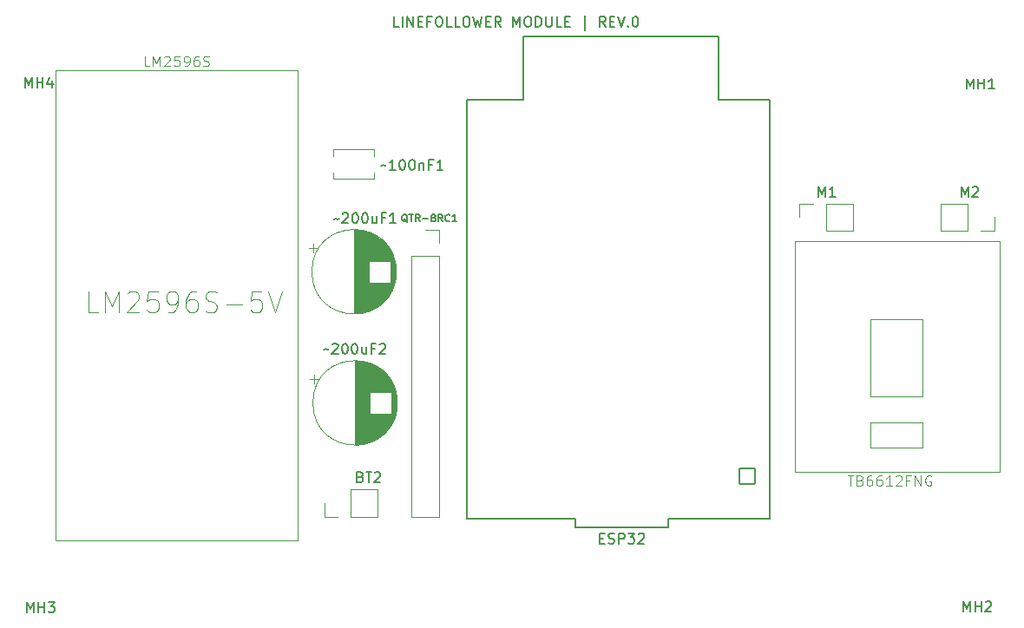
<source format=gto>
G04 #@! TF.GenerationSoftware,KiCad,Pcbnew,7.0.7*
G04 #@! TF.CreationDate,2024-05-28T19:52:44+02:00*
G04 #@! TF.ProjectId,linefollower_pcb,6c696e65-666f-46c6-9c6f-7765725f7063,rev?*
G04 #@! TF.SameCoordinates,Original*
G04 #@! TF.FileFunction,Legend,Top*
G04 #@! TF.FilePolarity,Positive*
%FSLAX46Y46*%
G04 Gerber Fmt 4.6, Leading zero omitted, Abs format (unit mm)*
G04 Created by KiCad (PCBNEW 7.0.7) date 2024-05-28 19:52:44*
%MOMM*%
%LPD*%
G01*
G04 APERTURE LIST*
G04 Aperture macros list*
%AMRoundRect*
0 Rectangle with rounded corners*
0 $1 Rounding radius*
0 $2 $3 $4 $5 $6 $7 $8 $9 X,Y pos of 4 corners*
0 Add a 4 corners polygon primitive as box body*
4,1,4,$2,$3,$4,$5,$6,$7,$8,$9,$2,$3,0*
0 Add four circle primitives for the rounded corners*
1,1,$1+$1,$2,$3*
1,1,$1+$1,$4,$5*
1,1,$1+$1,$6,$7*
1,1,$1+$1,$8,$9*
0 Add four rect primitives between the rounded corners*
20,1,$1+$1,$2,$3,$4,$5,0*
20,1,$1+$1,$4,$5,$6,$7,0*
20,1,$1+$1,$6,$7,$8,$9,0*
20,1,$1+$1,$8,$9,$2,$3,0*%
G04 Aperture macros list end*
%ADD10C,0.200000*%
%ADD11C,0.150000*%
%ADD12C,0.100000*%
%ADD13C,0.120000*%
%ADD14C,0.127000*%
%ADD15R,1.700000X1.700000*%
%ADD16O,1.700000X1.700000*%
%ADD17C,0.800000*%
%ADD18C,5.400000*%
%ADD19R,1.600000X1.600000*%
%ADD20C,1.600000*%
%ADD21C,1.524000*%
%ADD22RoundRect,0.102000X-0.765000X-0.765000X0.765000X-0.765000X0.765000X0.765000X-0.765000X0.765000X0*%
%ADD23C,1.734000*%
G04 APERTURE END LIST*
D10*
X102745863Y-68517219D02*
X102269673Y-68517219D01*
X102269673Y-68517219D02*
X102269673Y-67517219D01*
X103079197Y-68517219D02*
X103079197Y-67517219D01*
X103555387Y-68517219D02*
X103555387Y-67517219D01*
X103555387Y-67517219D02*
X104126815Y-68517219D01*
X104126815Y-68517219D02*
X104126815Y-67517219D01*
X104603006Y-67993409D02*
X104936339Y-67993409D01*
X105079196Y-68517219D02*
X104603006Y-68517219D01*
X104603006Y-68517219D02*
X104603006Y-67517219D01*
X104603006Y-67517219D02*
X105079196Y-67517219D01*
X105841101Y-67993409D02*
X105507768Y-67993409D01*
X105507768Y-68517219D02*
X105507768Y-67517219D01*
X105507768Y-67517219D02*
X105983958Y-67517219D01*
X106555387Y-67517219D02*
X106745863Y-67517219D01*
X106745863Y-67517219D02*
X106841101Y-67564838D01*
X106841101Y-67564838D02*
X106936339Y-67660076D01*
X106936339Y-67660076D02*
X106983958Y-67850552D01*
X106983958Y-67850552D02*
X106983958Y-68183885D01*
X106983958Y-68183885D02*
X106936339Y-68374361D01*
X106936339Y-68374361D02*
X106841101Y-68469600D01*
X106841101Y-68469600D02*
X106745863Y-68517219D01*
X106745863Y-68517219D02*
X106555387Y-68517219D01*
X106555387Y-68517219D02*
X106460149Y-68469600D01*
X106460149Y-68469600D02*
X106364911Y-68374361D01*
X106364911Y-68374361D02*
X106317292Y-68183885D01*
X106317292Y-68183885D02*
X106317292Y-67850552D01*
X106317292Y-67850552D02*
X106364911Y-67660076D01*
X106364911Y-67660076D02*
X106460149Y-67564838D01*
X106460149Y-67564838D02*
X106555387Y-67517219D01*
X107888720Y-68517219D02*
X107412530Y-68517219D01*
X107412530Y-68517219D02*
X107412530Y-67517219D01*
X108698244Y-68517219D02*
X108222054Y-68517219D01*
X108222054Y-68517219D02*
X108222054Y-67517219D01*
X109222054Y-67517219D02*
X109412530Y-67517219D01*
X109412530Y-67517219D02*
X109507768Y-67564838D01*
X109507768Y-67564838D02*
X109603006Y-67660076D01*
X109603006Y-67660076D02*
X109650625Y-67850552D01*
X109650625Y-67850552D02*
X109650625Y-68183885D01*
X109650625Y-68183885D02*
X109603006Y-68374361D01*
X109603006Y-68374361D02*
X109507768Y-68469600D01*
X109507768Y-68469600D02*
X109412530Y-68517219D01*
X109412530Y-68517219D02*
X109222054Y-68517219D01*
X109222054Y-68517219D02*
X109126816Y-68469600D01*
X109126816Y-68469600D02*
X109031578Y-68374361D01*
X109031578Y-68374361D02*
X108983959Y-68183885D01*
X108983959Y-68183885D02*
X108983959Y-67850552D01*
X108983959Y-67850552D02*
X109031578Y-67660076D01*
X109031578Y-67660076D02*
X109126816Y-67564838D01*
X109126816Y-67564838D02*
X109222054Y-67517219D01*
X109983959Y-67517219D02*
X110222054Y-68517219D01*
X110222054Y-68517219D02*
X110412530Y-67802933D01*
X110412530Y-67802933D02*
X110603006Y-68517219D01*
X110603006Y-68517219D02*
X110841102Y-67517219D01*
X111222054Y-67993409D02*
X111555387Y-67993409D01*
X111698244Y-68517219D02*
X111222054Y-68517219D01*
X111222054Y-68517219D02*
X111222054Y-67517219D01*
X111222054Y-67517219D02*
X111698244Y-67517219D01*
X112698244Y-68517219D02*
X112364911Y-68041028D01*
X112126816Y-68517219D02*
X112126816Y-67517219D01*
X112126816Y-67517219D02*
X112507768Y-67517219D01*
X112507768Y-67517219D02*
X112603006Y-67564838D01*
X112603006Y-67564838D02*
X112650625Y-67612457D01*
X112650625Y-67612457D02*
X112698244Y-67707695D01*
X112698244Y-67707695D02*
X112698244Y-67850552D01*
X112698244Y-67850552D02*
X112650625Y-67945790D01*
X112650625Y-67945790D02*
X112603006Y-67993409D01*
X112603006Y-67993409D02*
X112507768Y-68041028D01*
X112507768Y-68041028D02*
X112126816Y-68041028D01*
X113888721Y-68517219D02*
X113888721Y-67517219D01*
X113888721Y-67517219D02*
X114222054Y-68231504D01*
X114222054Y-68231504D02*
X114555387Y-67517219D01*
X114555387Y-67517219D02*
X114555387Y-68517219D01*
X115222054Y-67517219D02*
X115412530Y-67517219D01*
X115412530Y-67517219D02*
X115507768Y-67564838D01*
X115507768Y-67564838D02*
X115603006Y-67660076D01*
X115603006Y-67660076D02*
X115650625Y-67850552D01*
X115650625Y-67850552D02*
X115650625Y-68183885D01*
X115650625Y-68183885D02*
X115603006Y-68374361D01*
X115603006Y-68374361D02*
X115507768Y-68469600D01*
X115507768Y-68469600D02*
X115412530Y-68517219D01*
X115412530Y-68517219D02*
X115222054Y-68517219D01*
X115222054Y-68517219D02*
X115126816Y-68469600D01*
X115126816Y-68469600D02*
X115031578Y-68374361D01*
X115031578Y-68374361D02*
X114983959Y-68183885D01*
X114983959Y-68183885D02*
X114983959Y-67850552D01*
X114983959Y-67850552D02*
X115031578Y-67660076D01*
X115031578Y-67660076D02*
X115126816Y-67564838D01*
X115126816Y-67564838D02*
X115222054Y-67517219D01*
X116079197Y-68517219D02*
X116079197Y-67517219D01*
X116079197Y-67517219D02*
X116317292Y-67517219D01*
X116317292Y-67517219D02*
X116460149Y-67564838D01*
X116460149Y-67564838D02*
X116555387Y-67660076D01*
X116555387Y-67660076D02*
X116603006Y-67755314D01*
X116603006Y-67755314D02*
X116650625Y-67945790D01*
X116650625Y-67945790D02*
X116650625Y-68088647D01*
X116650625Y-68088647D02*
X116603006Y-68279123D01*
X116603006Y-68279123D02*
X116555387Y-68374361D01*
X116555387Y-68374361D02*
X116460149Y-68469600D01*
X116460149Y-68469600D02*
X116317292Y-68517219D01*
X116317292Y-68517219D02*
X116079197Y-68517219D01*
X117079197Y-67517219D02*
X117079197Y-68326742D01*
X117079197Y-68326742D02*
X117126816Y-68421980D01*
X117126816Y-68421980D02*
X117174435Y-68469600D01*
X117174435Y-68469600D02*
X117269673Y-68517219D01*
X117269673Y-68517219D02*
X117460149Y-68517219D01*
X117460149Y-68517219D02*
X117555387Y-68469600D01*
X117555387Y-68469600D02*
X117603006Y-68421980D01*
X117603006Y-68421980D02*
X117650625Y-68326742D01*
X117650625Y-68326742D02*
X117650625Y-67517219D01*
X118603006Y-68517219D02*
X118126816Y-68517219D01*
X118126816Y-68517219D02*
X118126816Y-67517219D01*
X118936340Y-67993409D02*
X119269673Y-67993409D01*
X119412530Y-68517219D02*
X118936340Y-68517219D01*
X118936340Y-68517219D02*
X118936340Y-67517219D01*
X118936340Y-67517219D02*
X119412530Y-67517219D01*
X120841102Y-68850552D02*
X120841102Y-67421980D01*
X122888721Y-68517219D02*
X122555388Y-68041028D01*
X122317293Y-68517219D02*
X122317293Y-67517219D01*
X122317293Y-67517219D02*
X122698245Y-67517219D01*
X122698245Y-67517219D02*
X122793483Y-67564838D01*
X122793483Y-67564838D02*
X122841102Y-67612457D01*
X122841102Y-67612457D02*
X122888721Y-67707695D01*
X122888721Y-67707695D02*
X122888721Y-67850552D01*
X122888721Y-67850552D02*
X122841102Y-67945790D01*
X122841102Y-67945790D02*
X122793483Y-67993409D01*
X122793483Y-67993409D02*
X122698245Y-68041028D01*
X122698245Y-68041028D02*
X122317293Y-68041028D01*
X123317293Y-67993409D02*
X123650626Y-67993409D01*
X123793483Y-68517219D02*
X123317293Y-68517219D01*
X123317293Y-68517219D02*
X123317293Y-67517219D01*
X123317293Y-67517219D02*
X123793483Y-67517219D01*
X124079198Y-67517219D02*
X124412531Y-68517219D01*
X124412531Y-68517219D02*
X124745864Y-67517219D01*
X125079198Y-68421980D02*
X125126817Y-68469600D01*
X125126817Y-68469600D02*
X125079198Y-68517219D01*
X125079198Y-68517219D02*
X125031579Y-68469600D01*
X125031579Y-68469600D02*
X125079198Y-68421980D01*
X125079198Y-68421980D02*
X125079198Y-68517219D01*
X125745864Y-67517219D02*
X125841102Y-67517219D01*
X125841102Y-67517219D02*
X125936340Y-67564838D01*
X125936340Y-67564838D02*
X125983959Y-67612457D01*
X125983959Y-67612457D02*
X126031578Y-67707695D01*
X126031578Y-67707695D02*
X126079197Y-67898171D01*
X126079197Y-67898171D02*
X126079197Y-68136266D01*
X126079197Y-68136266D02*
X126031578Y-68326742D01*
X126031578Y-68326742D02*
X125983959Y-68421980D01*
X125983959Y-68421980D02*
X125936340Y-68469600D01*
X125936340Y-68469600D02*
X125841102Y-68517219D01*
X125841102Y-68517219D02*
X125745864Y-68517219D01*
X125745864Y-68517219D02*
X125650626Y-68469600D01*
X125650626Y-68469600D02*
X125603007Y-68421980D01*
X125603007Y-68421980D02*
X125555388Y-68326742D01*
X125555388Y-68326742D02*
X125507769Y-68136266D01*
X125507769Y-68136266D02*
X125507769Y-67898171D01*
X125507769Y-67898171D02*
X125555388Y-67707695D01*
X125555388Y-67707695D02*
X125603007Y-67612457D01*
X125603007Y-67612457D02*
X125650626Y-67564838D01*
X125650626Y-67564838D02*
X125745864Y-67517219D01*
D11*
X103550000Y-87582700D02*
X103483333Y-87549366D01*
X103483333Y-87549366D02*
X103416667Y-87482700D01*
X103416667Y-87482700D02*
X103316667Y-87382700D01*
X103316667Y-87382700D02*
X103250000Y-87349366D01*
X103250000Y-87349366D02*
X103183333Y-87349366D01*
X103216667Y-87516033D02*
X103150000Y-87482700D01*
X103150000Y-87482700D02*
X103083333Y-87416033D01*
X103083333Y-87416033D02*
X103050000Y-87282700D01*
X103050000Y-87282700D02*
X103050000Y-87049366D01*
X103050000Y-87049366D02*
X103083333Y-86916033D01*
X103083333Y-86916033D02*
X103150000Y-86849366D01*
X103150000Y-86849366D02*
X103216667Y-86816033D01*
X103216667Y-86816033D02*
X103350000Y-86816033D01*
X103350000Y-86816033D02*
X103416667Y-86849366D01*
X103416667Y-86849366D02*
X103483333Y-86916033D01*
X103483333Y-86916033D02*
X103516667Y-87049366D01*
X103516667Y-87049366D02*
X103516667Y-87282700D01*
X103516667Y-87282700D02*
X103483333Y-87416033D01*
X103483333Y-87416033D02*
X103416667Y-87482700D01*
X103416667Y-87482700D02*
X103350000Y-87516033D01*
X103350000Y-87516033D02*
X103216667Y-87516033D01*
X103716666Y-86816033D02*
X104116666Y-86816033D01*
X103916666Y-87516033D02*
X103916666Y-86816033D01*
X104749999Y-87516033D02*
X104516666Y-87182700D01*
X104349999Y-87516033D02*
X104349999Y-86816033D01*
X104349999Y-86816033D02*
X104616666Y-86816033D01*
X104616666Y-86816033D02*
X104683333Y-86849366D01*
X104683333Y-86849366D02*
X104716666Y-86882700D01*
X104716666Y-86882700D02*
X104749999Y-86949366D01*
X104749999Y-86949366D02*
X104749999Y-87049366D01*
X104749999Y-87049366D02*
X104716666Y-87116033D01*
X104716666Y-87116033D02*
X104683333Y-87149366D01*
X104683333Y-87149366D02*
X104616666Y-87182700D01*
X104616666Y-87182700D02*
X104349999Y-87182700D01*
X105049999Y-87249366D02*
X105583333Y-87249366D01*
X106016666Y-87116033D02*
X105950000Y-87082700D01*
X105950000Y-87082700D02*
X105916666Y-87049366D01*
X105916666Y-87049366D02*
X105883333Y-86982700D01*
X105883333Y-86982700D02*
X105883333Y-86949366D01*
X105883333Y-86949366D02*
X105916666Y-86882700D01*
X105916666Y-86882700D02*
X105950000Y-86849366D01*
X105950000Y-86849366D02*
X106016666Y-86816033D01*
X106016666Y-86816033D02*
X106150000Y-86816033D01*
X106150000Y-86816033D02*
X106216666Y-86849366D01*
X106216666Y-86849366D02*
X106250000Y-86882700D01*
X106250000Y-86882700D02*
X106283333Y-86949366D01*
X106283333Y-86949366D02*
X106283333Y-86982700D01*
X106283333Y-86982700D02*
X106250000Y-87049366D01*
X106250000Y-87049366D02*
X106216666Y-87082700D01*
X106216666Y-87082700D02*
X106150000Y-87116033D01*
X106150000Y-87116033D02*
X106016666Y-87116033D01*
X106016666Y-87116033D02*
X105950000Y-87149366D01*
X105950000Y-87149366D02*
X105916666Y-87182700D01*
X105916666Y-87182700D02*
X105883333Y-87249366D01*
X105883333Y-87249366D02*
X105883333Y-87382700D01*
X105883333Y-87382700D02*
X105916666Y-87449366D01*
X105916666Y-87449366D02*
X105950000Y-87482700D01*
X105950000Y-87482700D02*
X106016666Y-87516033D01*
X106016666Y-87516033D02*
X106150000Y-87516033D01*
X106150000Y-87516033D02*
X106216666Y-87482700D01*
X106216666Y-87482700D02*
X106250000Y-87449366D01*
X106250000Y-87449366D02*
X106283333Y-87382700D01*
X106283333Y-87382700D02*
X106283333Y-87249366D01*
X106283333Y-87249366D02*
X106250000Y-87182700D01*
X106250000Y-87182700D02*
X106216666Y-87149366D01*
X106216666Y-87149366D02*
X106150000Y-87116033D01*
X106983333Y-87516033D02*
X106750000Y-87182700D01*
X106583333Y-87516033D02*
X106583333Y-86816033D01*
X106583333Y-86816033D02*
X106850000Y-86816033D01*
X106850000Y-86816033D02*
X106916667Y-86849366D01*
X106916667Y-86849366D02*
X106950000Y-86882700D01*
X106950000Y-86882700D02*
X106983333Y-86949366D01*
X106983333Y-86949366D02*
X106983333Y-87049366D01*
X106983333Y-87049366D02*
X106950000Y-87116033D01*
X106950000Y-87116033D02*
X106916667Y-87149366D01*
X106916667Y-87149366D02*
X106850000Y-87182700D01*
X106850000Y-87182700D02*
X106583333Y-87182700D01*
X107683333Y-87449366D02*
X107650000Y-87482700D01*
X107650000Y-87482700D02*
X107550000Y-87516033D01*
X107550000Y-87516033D02*
X107483333Y-87516033D01*
X107483333Y-87516033D02*
X107383333Y-87482700D01*
X107383333Y-87482700D02*
X107316667Y-87416033D01*
X107316667Y-87416033D02*
X107283333Y-87349366D01*
X107283333Y-87349366D02*
X107250000Y-87216033D01*
X107250000Y-87216033D02*
X107250000Y-87116033D01*
X107250000Y-87116033D02*
X107283333Y-86982700D01*
X107283333Y-86982700D02*
X107316667Y-86916033D01*
X107316667Y-86916033D02*
X107383333Y-86849366D01*
X107383333Y-86849366D02*
X107483333Y-86816033D01*
X107483333Y-86816033D02*
X107550000Y-86816033D01*
X107550000Y-86816033D02*
X107650000Y-86849366D01*
X107650000Y-86849366D02*
X107683333Y-86882700D01*
X108350000Y-87516033D02*
X107950000Y-87516033D01*
X108150000Y-87516033D02*
X108150000Y-86816033D01*
X108150000Y-86816033D02*
X108083333Y-86916033D01*
X108083333Y-86916033D02*
X108016667Y-86982700D01*
X108016667Y-86982700D02*
X107950000Y-87016033D01*
X66266667Y-74454819D02*
X66266667Y-73454819D01*
X66266667Y-73454819D02*
X66600000Y-74169104D01*
X66600000Y-74169104D02*
X66933333Y-73454819D01*
X66933333Y-73454819D02*
X66933333Y-74454819D01*
X67409524Y-74454819D02*
X67409524Y-73454819D01*
X67409524Y-73931009D02*
X67980952Y-73931009D01*
X67980952Y-74454819D02*
X67980952Y-73454819D01*
X68885714Y-73788152D02*
X68885714Y-74454819D01*
X68647619Y-73407200D02*
X68409524Y-74121485D01*
X68409524Y-74121485D02*
X69028571Y-74121485D01*
X95409730Y-100038866D02*
X95457349Y-99991247D01*
X95457349Y-99991247D02*
X95552587Y-99943628D01*
X95552587Y-99943628D02*
X95743063Y-100038866D01*
X95743063Y-100038866D02*
X95838301Y-99991247D01*
X95838301Y-99991247D02*
X95885920Y-99943628D01*
X96219254Y-99515057D02*
X96266873Y-99467438D01*
X96266873Y-99467438D02*
X96362111Y-99419819D01*
X96362111Y-99419819D02*
X96600206Y-99419819D01*
X96600206Y-99419819D02*
X96695444Y-99467438D01*
X96695444Y-99467438D02*
X96743063Y-99515057D01*
X96743063Y-99515057D02*
X96790682Y-99610295D01*
X96790682Y-99610295D02*
X96790682Y-99705533D01*
X96790682Y-99705533D02*
X96743063Y-99848390D01*
X96743063Y-99848390D02*
X96171635Y-100419819D01*
X96171635Y-100419819D02*
X96790682Y-100419819D01*
X97409730Y-99419819D02*
X97504968Y-99419819D01*
X97504968Y-99419819D02*
X97600206Y-99467438D01*
X97600206Y-99467438D02*
X97647825Y-99515057D01*
X97647825Y-99515057D02*
X97695444Y-99610295D01*
X97695444Y-99610295D02*
X97743063Y-99800771D01*
X97743063Y-99800771D02*
X97743063Y-100038866D01*
X97743063Y-100038866D02*
X97695444Y-100229342D01*
X97695444Y-100229342D02*
X97647825Y-100324580D01*
X97647825Y-100324580D02*
X97600206Y-100372200D01*
X97600206Y-100372200D02*
X97504968Y-100419819D01*
X97504968Y-100419819D02*
X97409730Y-100419819D01*
X97409730Y-100419819D02*
X97314492Y-100372200D01*
X97314492Y-100372200D02*
X97266873Y-100324580D01*
X97266873Y-100324580D02*
X97219254Y-100229342D01*
X97219254Y-100229342D02*
X97171635Y-100038866D01*
X97171635Y-100038866D02*
X97171635Y-99800771D01*
X97171635Y-99800771D02*
X97219254Y-99610295D01*
X97219254Y-99610295D02*
X97266873Y-99515057D01*
X97266873Y-99515057D02*
X97314492Y-99467438D01*
X97314492Y-99467438D02*
X97409730Y-99419819D01*
X98362111Y-99419819D02*
X98457349Y-99419819D01*
X98457349Y-99419819D02*
X98552587Y-99467438D01*
X98552587Y-99467438D02*
X98600206Y-99515057D01*
X98600206Y-99515057D02*
X98647825Y-99610295D01*
X98647825Y-99610295D02*
X98695444Y-99800771D01*
X98695444Y-99800771D02*
X98695444Y-100038866D01*
X98695444Y-100038866D02*
X98647825Y-100229342D01*
X98647825Y-100229342D02*
X98600206Y-100324580D01*
X98600206Y-100324580D02*
X98552587Y-100372200D01*
X98552587Y-100372200D02*
X98457349Y-100419819D01*
X98457349Y-100419819D02*
X98362111Y-100419819D01*
X98362111Y-100419819D02*
X98266873Y-100372200D01*
X98266873Y-100372200D02*
X98219254Y-100324580D01*
X98219254Y-100324580D02*
X98171635Y-100229342D01*
X98171635Y-100229342D02*
X98124016Y-100038866D01*
X98124016Y-100038866D02*
X98124016Y-99800771D01*
X98124016Y-99800771D02*
X98171635Y-99610295D01*
X98171635Y-99610295D02*
X98219254Y-99515057D01*
X98219254Y-99515057D02*
X98266873Y-99467438D01*
X98266873Y-99467438D02*
X98362111Y-99419819D01*
X99552587Y-99753152D02*
X99552587Y-100419819D01*
X99124016Y-99753152D02*
X99124016Y-100276961D01*
X99124016Y-100276961D02*
X99171635Y-100372200D01*
X99171635Y-100372200D02*
X99266873Y-100419819D01*
X99266873Y-100419819D02*
X99409730Y-100419819D01*
X99409730Y-100419819D02*
X99504968Y-100372200D01*
X99504968Y-100372200D02*
X99552587Y-100324580D01*
X100362111Y-99896009D02*
X100028778Y-99896009D01*
X100028778Y-100419819D02*
X100028778Y-99419819D01*
X100028778Y-99419819D02*
X100504968Y-99419819D01*
X100838302Y-99515057D02*
X100885921Y-99467438D01*
X100885921Y-99467438D02*
X100981159Y-99419819D01*
X100981159Y-99419819D02*
X101219254Y-99419819D01*
X101219254Y-99419819D02*
X101314492Y-99467438D01*
X101314492Y-99467438D02*
X101362111Y-99515057D01*
X101362111Y-99515057D02*
X101409730Y-99610295D01*
X101409730Y-99610295D02*
X101409730Y-99705533D01*
X101409730Y-99705533D02*
X101362111Y-99848390D01*
X101362111Y-99848390D02*
X100790683Y-100419819D01*
X100790683Y-100419819D02*
X101409730Y-100419819D01*
D12*
X146507143Y-112307419D02*
X147078571Y-112307419D01*
X146792857Y-113307419D02*
X146792857Y-112307419D01*
X147745238Y-112783609D02*
X147888095Y-112831228D01*
X147888095Y-112831228D02*
X147935714Y-112878847D01*
X147935714Y-112878847D02*
X147983333Y-112974085D01*
X147983333Y-112974085D02*
X147983333Y-113116942D01*
X147983333Y-113116942D02*
X147935714Y-113212180D01*
X147935714Y-113212180D02*
X147888095Y-113259800D01*
X147888095Y-113259800D02*
X147792857Y-113307419D01*
X147792857Y-113307419D02*
X147411905Y-113307419D01*
X147411905Y-113307419D02*
X147411905Y-112307419D01*
X147411905Y-112307419D02*
X147745238Y-112307419D01*
X147745238Y-112307419D02*
X147840476Y-112355038D01*
X147840476Y-112355038D02*
X147888095Y-112402657D01*
X147888095Y-112402657D02*
X147935714Y-112497895D01*
X147935714Y-112497895D02*
X147935714Y-112593133D01*
X147935714Y-112593133D02*
X147888095Y-112688371D01*
X147888095Y-112688371D02*
X147840476Y-112735990D01*
X147840476Y-112735990D02*
X147745238Y-112783609D01*
X147745238Y-112783609D02*
X147411905Y-112783609D01*
X148840476Y-112307419D02*
X148650000Y-112307419D01*
X148650000Y-112307419D02*
X148554762Y-112355038D01*
X148554762Y-112355038D02*
X148507143Y-112402657D01*
X148507143Y-112402657D02*
X148411905Y-112545514D01*
X148411905Y-112545514D02*
X148364286Y-112735990D01*
X148364286Y-112735990D02*
X148364286Y-113116942D01*
X148364286Y-113116942D02*
X148411905Y-113212180D01*
X148411905Y-113212180D02*
X148459524Y-113259800D01*
X148459524Y-113259800D02*
X148554762Y-113307419D01*
X148554762Y-113307419D02*
X148745238Y-113307419D01*
X148745238Y-113307419D02*
X148840476Y-113259800D01*
X148840476Y-113259800D02*
X148888095Y-113212180D01*
X148888095Y-113212180D02*
X148935714Y-113116942D01*
X148935714Y-113116942D02*
X148935714Y-112878847D01*
X148935714Y-112878847D02*
X148888095Y-112783609D01*
X148888095Y-112783609D02*
X148840476Y-112735990D01*
X148840476Y-112735990D02*
X148745238Y-112688371D01*
X148745238Y-112688371D02*
X148554762Y-112688371D01*
X148554762Y-112688371D02*
X148459524Y-112735990D01*
X148459524Y-112735990D02*
X148411905Y-112783609D01*
X148411905Y-112783609D02*
X148364286Y-112878847D01*
X149792857Y-112307419D02*
X149602381Y-112307419D01*
X149602381Y-112307419D02*
X149507143Y-112355038D01*
X149507143Y-112355038D02*
X149459524Y-112402657D01*
X149459524Y-112402657D02*
X149364286Y-112545514D01*
X149364286Y-112545514D02*
X149316667Y-112735990D01*
X149316667Y-112735990D02*
X149316667Y-113116942D01*
X149316667Y-113116942D02*
X149364286Y-113212180D01*
X149364286Y-113212180D02*
X149411905Y-113259800D01*
X149411905Y-113259800D02*
X149507143Y-113307419D01*
X149507143Y-113307419D02*
X149697619Y-113307419D01*
X149697619Y-113307419D02*
X149792857Y-113259800D01*
X149792857Y-113259800D02*
X149840476Y-113212180D01*
X149840476Y-113212180D02*
X149888095Y-113116942D01*
X149888095Y-113116942D02*
X149888095Y-112878847D01*
X149888095Y-112878847D02*
X149840476Y-112783609D01*
X149840476Y-112783609D02*
X149792857Y-112735990D01*
X149792857Y-112735990D02*
X149697619Y-112688371D01*
X149697619Y-112688371D02*
X149507143Y-112688371D01*
X149507143Y-112688371D02*
X149411905Y-112735990D01*
X149411905Y-112735990D02*
X149364286Y-112783609D01*
X149364286Y-112783609D02*
X149316667Y-112878847D01*
X150840476Y-113307419D02*
X150269048Y-113307419D01*
X150554762Y-113307419D02*
X150554762Y-112307419D01*
X150554762Y-112307419D02*
X150459524Y-112450276D01*
X150459524Y-112450276D02*
X150364286Y-112545514D01*
X150364286Y-112545514D02*
X150269048Y-112593133D01*
X151221429Y-112402657D02*
X151269048Y-112355038D01*
X151269048Y-112355038D02*
X151364286Y-112307419D01*
X151364286Y-112307419D02*
X151602381Y-112307419D01*
X151602381Y-112307419D02*
X151697619Y-112355038D01*
X151697619Y-112355038D02*
X151745238Y-112402657D01*
X151745238Y-112402657D02*
X151792857Y-112497895D01*
X151792857Y-112497895D02*
X151792857Y-112593133D01*
X151792857Y-112593133D02*
X151745238Y-112735990D01*
X151745238Y-112735990D02*
X151173810Y-113307419D01*
X151173810Y-113307419D02*
X151792857Y-113307419D01*
X152554762Y-112783609D02*
X152221429Y-112783609D01*
X152221429Y-113307419D02*
X152221429Y-112307419D01*
X152221429Y-112307419D02*
X152697619Y-112307419D01*
X153078572Y-113307419D02*
X153078572Y-112307419D01*
X153078572Y-112307419D02*
X153650000Y-113307419D01*
X153650000Y-113307419D02*
X153650000Y-112307419D01*
X154650000Y-112355038D02*
X154554762Y-112307419D01*
X154554762Y-112307419D02*
X154411905Y-112307419D01*
X154411905Y-112307419D02*
X154269048Y-112355038D01*
X154269048Y-112355038D02*
X154173810Y-112450276D01*
X154173810Y-112450276D02*
X154126191Y-112545514D01*
X154126191Y-112545514D02*
X154078572Y-112735990D01*
X154078572Y-112735990D02*
X154078572Y-112878847D01*
X154078572Y-112878847D02*
X154126191Y-113069323D01*
X154126191Y-113069323D02*
X154173810Y-113164561D01*
X154173810Y-113164561D02*
X154269048Y-113259800D01*
X154269048Y-113259800D02*
X154411905Y-113307419D01*
X154411905Y-113307419D02*
X154507143Y-113307419D01*
X154507143Y-113307419D02*
X154650000Y-113259800D01*
X154650000Y-113259800D02*
X154697619Y-113212180D01*
X154697619Y-113212180D02*
X154697619Y-112878847D01*
X154697619Y-112878847D02*
X154507143Y-112878847D01*
D11*
X143640476Y-85104819D02*
X143640476Y-84104819D01*
X143640476Y-84104819D02*
X143973809Y-84819104D01*
X143973809Y-84819104D02*
X144307142Y-84104819D01*
X144307142Y-84104819D02*
X144307142Y-85104819D01*
X145307142Y-85104819D02*
X144735714Y-85104819D01*
X145021428Y-85104819D02*
X145021428Y-84104819D01*
X145021428Y-84104819D02*
X144926190Y-84247676D01*
X144926190Y-84247676D02*
X144830952Y-84342914D01*
X144830952Y-84342914D02*
X144735714Y-84390533D01*
X96412381Y-87288866D02*
X96460000Y-87241247D01*
X96460000Y-87241247D02*
X96555238Y-87193628D01*
X96555238Y-87193628D02*
X96745714Y-87288866D01*
X96745714Y-87288866D02*
X96840952Y-87241247D01*
X96840952Y-87241247D02*
X96888571Y-87193628D01*
X97221905Y-86765057D02*
X97269524Y-86717438D01*
X97269524Y-86717438D02*
X97364762Y-86669819D01*
X97364762Y-86669819D02*
X97602857Y-86669819D01*
X97602857Y-86669819D02*
X97698095Y-86717438D01*
X97698095Y-86717438D02*
X97745714Y-86765057D01*
X97745714Y-86765057D02*
X97793333Y-86860295D01*
X97793333Y-86860295D02*
X97793333Y-86955533D01*
X97793333Y-86955533D02*
X97745714Y-87098390D01*
X97745714Y-87098390D02*
X97174286Y-87669819D01*
X97174286Y-87669819D02*
X97793333Y-87669819D01*
X98412381Y-86669819D02*
X98507619Y-86669819D01*
X98507619Y-86669819D02*
X98602857Y-86717438D01*
X98602857Y-86717438D02*
X98650476Y-86765057D01*
X98650476Y-86765057D02*
X98698095Y-86860295D01*
X98698095Y-86860295D02*
X98745714Y-87050771D01*
X98745714Y-87050771D02*
X98745714Y-87288866D01*
X98745714Y-87288866D02*
X98698095Y-87479342D01*
X98698095Y-87479342D02*
X98650476Y-87574580D01*
X98650476Y-87574580D02*
X98602857Y-87622200D01*
X98602857Y-87622200D02*
X98507619Y-87669819D01*
X98507619Y-87669819D02*
X98412381Y-87669819D01*
X98412381Y-87669819D02*
X98317143Y-87622200D01*
X98317143Y-87622200D02*
X98269524Y-87574580D01*
X98269524Y-87574580D02*
X98221905Y-87479342D01*
X98221905Y-87479342D02*
X98174286Y-87288866D01*
X98174286Y-87288866D02*
X98174286Y-87050771D01*
X98174286Y-87050771D02*
X98221905Y-86860295D01*
X98221905Y-86860295D02*
X98269524Y-86765057D01*
X98269524Y-86765057D02*
X98317143Y-86717438D01*
X98317143Y-86717438D02*
X98412381Y-86669819D01*
X99364762Y-86669819D02*
X99460000Y-86669819D01*
X99460000Y-86669819D02*
X99555238Y-86717438D01*
X99555238Y-86717438D02*
X99602857Y-86765057D01*
X99602857Y-86765057D02*
X99650476Y-86860295D01*
X99650476Y-86860295D02*
X99698095Y-87050771D01*
X99698095Y-87050771D02*
X99698095Y-87288866D01*
X99698095Y-87288866D02*
X99650476Y-87479342D01*
X99650476Y-87479342D02*
X99602857Y-87574580D01*
X99602857Y-87574580D02*
X99555238Y-87622200D01*
X99555238Y-87622200D02*
X99460000Y-87669819D01*
X99460000Y-87669819D02*
X99364762Y-87669819D01*
X99364762Y-87669819D02*
X99269524Y-87622200D01*
X99269524Y-87622200D02*
X99221905Y-87574580D01*
X99221905Y-87574580D02*
X99174286Y-87479342D01*
X99174286Y-87479342D02*
X99126667Y-87288866D01*
X99126667Y-87288866D02*
X99126667Y-87050771D01*
X99126667Y-87050771D02*
X99174286Y-86860295D01*
X99174286Y-86860295D02*
X99221905Y-86765057D01*
X99221905Y-86765057D02*
X99269524Y-86717438D01*
X99269524Y-86717438D02*
X99364762Y-86669819D01*
X100555238Y-87003152D02*
X100555238Y-87669819D01*
X100126667Y-87003152D02*
X100126667Y-87526961D01*
X100126667Y-87526961D02*
X100174286Y-87622200D01*
X100174286Y-87622200D02*
X100269524Y-87669819D01*
X100269524Y-87669819D02*
X100412381Y-87669819D01*
X100412381Y-87669819D02*
X100507619Y-87622200D01*
X100507619Y-87622200D02*
X100555238Y-87574580D01*
X101364762Y-87146009D02*
X101031429Y-87146009D01*
X101031429Y-87669819D02*
X101031429Y-86669819D01*
X101031429Y-86669819D02*
X101507619Y-86669819D01*
X102412381Y-87669819D02*
X101840953Y-87669819D01*
X102126667Y-87669819D02*
X102126667Y-86669819D01*
X102126667Y-86669819D02*
X102031429Y-86812676D01*
X102031429Y-86812676D02*
X101936191Y-86907914D01*
X101936191Y-86907914D02*
X101840953Y-86955533D01*
X122322143Y-118431009D02*
X122655476Y-118431009D01*
X122798333Y-118954819D02*
X122322143Y-118954819D01*
X122322143Y-118954819D02*
X122322143Y-117954819D01*
X122322143Y-117954819D02*
X122798333Y-117954819D01*
X123179286Y-118907200D02*
X123322143Y-118954819D01*
X123322143Y-118954819D02*
X123560238Y-118954819D01*
X123560238Y-118954819D02*
X123655476Y-118907200D01*
X123655476Y-118907200D02*
X123703095Y-118859580D01*
X123703095Y-118859580D02*
X123750714Y-118764342D01*
X123750714Y-118764342D02*
X123750714Y-118669104D01*
X123750714Y-118669104D02*
X123703095Y-118573866D01*
X123703095Y-118573866D02*
X123655476Y-118526247D01*
X123655476Y-118526247D02*
X123560238Y-118478628D01*
X123560238Y-118478628D02*
X123369762Y-118431009D01*
X123369762Y-118431009D02*
X123274524Y-118383390D01*
X123274524Y-118383390D02*
X123226905Y-118335771D01*
X123226905Y-118335771D02*
X123179286Y-118240533D01*
X123179286Y-118240533D02*
X123179286Y-118145295D01*
X123179286Y-118145295D02*
X123226905Y-118050057D01*
X123226905Y-118050057D02*
X123274524Y-118002438D01*
X123274524Y-118002438D02*
X123369762Y-117954819D01*
X123369762Y-117954819D02*
X123607857Y-117954819D01*
X123607857Y-117954819D02*
X123750714Y-118002438D01*
X124179286Y-118954819D02*
X124179286Y-117954819D01*
X124179286Y-117954819D02*
X124560238Y-117954819D01*
X124560238Y-117954819D02*
X124655476Y-118002438D01*
X124655476Y-118002438D02*
X124703095Y-118050057D01*
X124703095Y-118050057D02*
X124750714Y-118145295D01*
X124750714Y-118145295D02*
X124750714Y-118288152D01*
X124750714Y-118288152D02*
X124703095Y-118383390D01*
X124703095Y-118383390D02*
X124655476Y-118431009D01*
X124655476Y-118431009D02*
X124560238Y-118478628D01*
X124560238Y-118478628D02*
X124179286Y-118478628D01*
X125084048Y-117954819D02*
X125703095Y-117954819D01*
X125703095Y-117954819D02*
X125369762Y-118335771D01*
X125369762Y-118335771D02*
X125512619Y-118335771D01*
X125512619Y-118335771D02*
X125607857Y-118383390D01*
X125607857Y-118383390D02*
X125655476Y-118431009D01*
X125655476Y-118431009D02*
X125703095Y-118526247D01*
X125703095Y-118526247D02*
X125703095Y-118764342D01*
X125703095Y-118764342D02*
X125655476Y-118859580D01*
X125655476Y-118859580D02*
X125607857Y-118907200D01*
X125607857Y-118907200D02*
X125512619Y-118954819D01*
X125512619Y-118954819D02*
X125226905Y-118954819D01*
X125226905Y-118954819D02*
X125131667Y-118907200D01*
X125131667Y-118907200D02*
X125084048Y-118859580D01*
X126084048Y-118050057D02*
X126131667Y-118002438D01*
X126131667Y-118002438D02*
X126226905Y-117954819D01*
X126226905Y-117954819D02*
X126465000Y-117954819D01*
X126465000Y-117954819D02*
X126560238Y-118002438D01*
X126560238Y-118002438D02*
X126607857Y-118050057D01*
X126607857Y-118050057D02*
X126655476Y-118145295D01*
X126655476Y-118145295D02*
X126655476Y-118240533D01*
X126655476Y-118240533D02*
X126607857Y-118383390D01*
X126607857Y-118383390D02*
X126036429Y-118954819D01*
X126036429Y-118954819D02*
X126655476Y-118954819D01*
D12*
X78407142Y-72357419D02*
X77930952Y-72357419D01*
X77930952Y-72357419D02*
X77930952Y-71357419D01*
X78740476Y-72357419D02*
X78740476Y-71357419D01*
X78740476Y-71357419D02*
X79073809Y-72071704D01*
X79073809Y-72071704D02*
X79407142Y-71357419D01*
X79407142Y-71357419D02*
X79407142Y-72357419D01*
X79835714Y-71452657D02*
X79883333Y-71405038D01*
X79883333Y-71405038D02*
X79978571Y-71357419D01*
X79978571Y-71357419D02*
X80216666Y-71357419D01*
X80216666Y-71357419D02*
X80311904Y-71405038D01*
X80311904Y-71405038D02*
X80359523Y-71452657D01*
X80359523Y-71452657D02*
X80407142Y-71547895D01*
X80407142Y-71547895D02*
X80407142Y-71643133D01*
X80407142Y-71643133D02*
X80359523Y-71785990D01*
X80359523Y-71785990D02*
X79788095Y-72357419D01*
X79788095Y-72357419D02*
X80407142Y-72357419D01*
X81311904Y-71357419D02*
X80835714Y-71357419D01*
X80835714Y-71357419D02*
X80788095Y-71833609D01*
X80788095Y-71833609D02*
X80835714Y-71785990D01*
X80835714Y-71785990D02*
X80930952Y-71738371D01*
X80930952Y-71738371D02*
X81169047Y-71738371D01*
X81169047Y-71738371D02*
X81264285Y-71785990D01*
X81264285Y-71785990D02*
X81311904Y-71833609D01*
X81311904Y-71833609D02*
X81359523Y-71928847D01*
X81359523Y-71928847D02*
X81359523Y-72166942D01*
X81359523Y-72166942D02*
X81311904Y-72262180D01*
X81311904Y-72262180D02*
X81264285Y-72309800D01*
X81264285Y-72309800D02*
X81169047Y-72357419D01*
X81169047Y-72357419D02*
X80930952Y-72357419D01*
X80930952Y-72357419D02*
X80835714Y-72309800D01*
X80835714Y-72309800D02*
X80788095Y-72262180D01*
X81835714Y-72357419D02*
X82026190Y-72357419D01*
X82026190Y-72357419D02*
X82121428Y-72309800D01*
X82121428Y-72309800D02*
X82169047Y-72262180D01*
X82169047Y-72262180D02*
X82264285Y-72119323D01*
X82264285Y-72119323D02*
X82311904Y-71928847D01*
X82311904Y-71928847D02*
X82311904Y-71547895D01*
X82311904Y-71547895D02*
X82264285Y-71452657D01*
X82264285Y-71452657D02*
X82216666Y-71405038D01*
X82216666Y-71405038D02*
X82121428Y-71357419D01*
X82121428Y-71357419D02*
X81930952Y-71357419D01*
X81930952Y-71357419D02*
X81835714Y-71405038D01*
X81835714Y-71405038D02*
X81788095Y-71452657D01*
X81788095Y-71452657D02*
X81740476Y-71547895D01*
X81740476Y-71547895D02*
X81740476Y-71785990D01*
X81740476Y-71785990D02*
X81788095Y-71881228D01*
X81788095Y-71881228D02*
X81835714Y-71928847D01*
X81835714Y-71928847D02*
X81930952Y-71976466D01*
X81930952Y-71976466D02*
X82121428Y-71976466D01*
X82121428Y-71976466D02*
X82216666Y-71928847D01*
X82216666Y-71928847D02*
X82264285Y-71881228D01*
X82264285Y-71881228D02*
X82311904Y-71785990D01*
X83169047Y-71357419D02*
X82978571Y-71357419D01*
X82978571Y-71357419D02*
X82883333Y-71405038D01*
X82883333Y-71405038D02*
X82835714Y-71452657D01*
X82835714Y-71452657D02*
X82740476Y-71595514D01*
X82740476Y-71595514D02*
X82692857Y-71785990D01*
X82692857Y-71785990D02*
X82692857Y-72166942D01*
X82692857Y-72166942D02*
X82740476Y-72262180D01*
X82740476Y-72262180D02*
X82788095Y-72309800D01*
X82788095Y-72309800D02*
X82883333Y-72357419D01*
X82883333Y-72357419D02*
X83073809Y-72357419D01*
X83073809Y-72357419D02*
X83169047Y-72309800D01*
X83169047Y-72309800D02*
X83216666Y-72262180D01*
X83216666Y-72262180D02*
X83264285Y-72166942D01*
X83264285Y-72166942D02*
X83264285Y-71928847D01*
X83264285Y-71928847D02*
X83216666Y-71833609D01*
X83216666Y-71833609D02*
X83169047Y-71785990D01*
X83169047Y-71785990D02*
X83073809Y-71738371D01*
X83073809Y-71738371D02*
X82883333Y-71738371D01*
X82883333Y-71738371D02*
X82788095Y-71785990D01*
X82788095Y-71785990D02*
X82740476Y-71833609D01*
X82740476Y-71833609D02*
X82692857Y-71928847D01*
X83645238Y-72309800D02*
X83788095Y-72357419D01*
X83788095Y-72357419D02*
X84026190Y-72357419D01*
X84026190Y-72357419D02*
X84121428Y-72309800D01*
X84121428Y-72309800D02*
X84169047Y-72262180D01*
X84169047Y-72262180D02*
X84216666Y-72166942D01*
X84216666Y-72166942D02*
X84216666Y-72071704D01*
X84216666Y-72071704D02*
X84169047Y-71976466D01*
X84169047Y-71976466D02*
X84121428Y-71928847D01*
X84121428Y-71928847D02*
X84026190Y-71881228D01*
X84026190Y-71881228D02*
X83835714Y-71833609D01*
X83835714Y-71833609D02*
X83740476Y-71785990D01*
X83740476Y-71785990D02*
X83692857Y-71738371D01*
X83692857Y-71738371D02*
X83645238Y-71643133D01*
X83645238Y-71643133D02*
X83645238Y-71547895D01*
X83645238Y-71547895D02*
X83692857Y-71452657D01*
X83692857Y-71452657D02*
X83740476Y-71405038D01*
X83740476Y-71405038D02*
X83835714Y-71357419D01*
X83835714Y-71357419D02*
X84073809Y-71357419D01*
X84073809Y-71357419D02*
X84216666Y-71405038D01*
X73394360Y-96350038D02*
X72441979Y-96350038D01*
X72441979Y-96350038D02*
X72441979Y-94350038D01*
X74061027Y-96350038D02*
X74061027Y-94350038D01*
X74061027Y-94350038D02*
X74727694Y-95778609D01*
X74727694Y-95778609D02*
X75394360Y-94350038D01*
X75394360Y-94350038D02*
X75394360Y-96350038D01*
X76251503Y-94540514D02*
X76346741Y-94445276D01*
X76346741Y-94445276D02*
X76537217Y-94350038D01*
X76537217Y-94350038D02*
X77013408Y-94350038D01*
X77013408Y-94350038D02*
X77203884Y-94445276D01*
X77203884Y-94445276D02*
X77299122Y-94540514D01*
X77299122Y-94540514D02*
X77394360Y-94730990D01*
X77394360Y-94730990D02*
X77394360Y-94921466D01*
X77394360Y-94921466D02*
X77299122Y-95207180D01*
X77299122Y-95207180D02*
X76156265Y-96350038D01*
X76156265Y-96350038D02*
X77394360Y-96350038D01*
X79203884Y-94350038D02*
X78251503Y-94350038D01*
X78251503Y-94350038D02*
X78156265Y-95302419D01*
X78156265Y-95302419D02*
X78251503Y-95207180D01*
X78251503Y-95207180D02*
X78441979Y-95111942D01*
X78441979Y-95111942D02*
X78918170Y-95111942D01*
X78918170Y-95111942D02*
X79108646Y-95207180D01*
X79108646Y-95207180D02*
X79203884Y-95302419D01*
X79203884Y-95302419D02*
X79299122Y-95492895D01*
X79299122Y-95492895D02*
X79299122Y-95969085D01*
X79299122Y-95969085D02*
X79203884Y-96159561D01*
X79203884Y-96159561D02*
X79108646Y-96254800D01*
X79108646Y-96254800D02*
X78918170Y-96350038D01*
X78918170Y-96350038D02*
X78441979Y-96350038D01*
X78441979Y-96350038D02*
X78251503Y-96254800D01*
X78251503Y-96254800D02*
X78156265Y-96159561D01*
X80251503Y-96350038D02*
X80632455Y-96350038D01*
X80632455Y-96350038D02*
X80822932Y-96254800D01*
X80822932Y-96254800D02*
X80918170Y-96159561D01*
X80918170Y-96159561D02*
X81108646Y-95873847D01*
X81108646Y-95873847D02*
X81203884Y-95492895D01*
X81203884Y-95492895D02*
X81203884Y-94730990D01*
X81203884Y-94730990D02*
X81108646Y-94540514D01*
X81108646Y-94540514D02*
X81013408Y-94445276D01*
X81013408Y-94445276D02*
X80822932Y-94350038D01*
X80822932Y-94350038D02*
X80441979Y-94350038D01*
X80441979Y-94350038D02*
X80251503Y-94445276D01*
X80251503Y-94445276D02*
X80156265Y-94540514D01*
X80156265Y-94540514D02*
X80061027Y-94730990D01*
X80061027Y-94730990D02*
X80061027Y-95207180D01*
X80061027Y-95207180D02*
X80156265Y-95397657D01*
X80156265Y-95397657D02*
X80251503Y-95492895D01*
X80251503Y-95492895D02*
X80441979Y-95588133D01*
X80441979Y-95588133D02*
X80822932Y-95588133D01*
X80822932Y-95588133D02*
X81013408Y-95492895D01*
X81013408Y-95492895D02*
X81108646Y-95397657D01*
X81108646Y-95397657D02*
X81203884Y-95207180D01*
X82918170Y-94350038D02*
X82537217Y-94350038D01*
X82537217Y-94350038D02*
X82346741Y-94445276D01*
X82346741Y-94445276D02*
X82251503Y-94540514D01*
X82251503Y-94540514D02*
X82061027Y-94826228D01*
X82061027Y-94826228D02*
X81965789Y-95207180D01*
X81965789Y-95207180D02*
X81965789Y-95969085D01*
X81965789Y-95969085D02*
X82061027Y-96159561D01*
X82061027Y-96159561D02*
X82156265Y-96254800D01*
X82156265Y-96254800D02*
X82346741Y-96350038D01*
X82346741Y-96350038D02*
X82727694Y-96350038D01*
X82727694Y-96350038D02*
X82918170Y-96254800D01*
X82918170Y-96254800D02*
X83013408Y-96159561D01*
X83013408Y-96159561D02*
X83108646Y-95969085D01*
X83108646Y-95969085D02*
X83108646Y-95492895D01*
X83108646Y-95492895D02*
X83013408Y-95302419D01*
X83013408Y-95302419D02*
X82918170Y-95207180D01*
X82918170Y-95207180D02*
X82727694Y-95111942D01*
X82727694Y-95111942D02*
X82346741Y-95111942D01*
X82346741Y-95111942D02*
X82156265Y-95207180D01*
X82156265Y-95207180D02*
X82061027Y-95302419D01*
X82061027Y-95302419D02*
X81965789Y-95492895D01*
X83870551Y-96254800D02*
X84156265Y-96350038D01*
X84156265Y-96350038D02*
X84632456Y-96350038D01*
X84632456Y-96350038D02*
X84822932Y-96254800D01*
X84822932Y-96254800D02*
X84918170Y-96159561D01*
X84918170Y-96159561D02*
X85013408Y-95969085D01*
X85013408Y-95969085D02*
X85013408Y-95778609D01*
X85013408Y-95778609D02*
X84918170Y-95588133D01*
X84918170Y-95588133D02*
X84822932Y-95492895D01*
X84822932Y-95492895D02*
X84632456Y-95397657D01*
X84632456Y-95397657D02*
X84251503Y-95302419D01*
X84251503Y-95302419D02*
X84061027Y-95207180D01*
X84061027Y-95207180D02*
X83965789Y-95111942D01*
X83965789Y-95111942D02*
X83870551Y-94921466D01*
X83870551Y-94921466D02*
X83870551Y-94730990D01*
X83870551Y-94730990D02*
X83965789Y-94540514D01*
X83965789Y-94540514D02*
X84061027Y-94445276D01*
X84061027Y-94445276D02*
X84251503Y-94350038D01*
X84251503Y-94350038D02*
X84727694Y-94350038D01*
X84727694Y-94350038D02*
X85013408Y-94445276D01*
X85870551Y-95588133D02*
X87394361Y-95588133D01*
X89299122Y-94350038D02*
X88346741Y-94350038D01*
X88346741Y-94350038D02*
X88251503Y-95302419D01*
X88251503Y-95302419D02*
X88346741Y-95207180D01*
X88346741Y-95207180D02*
X88537217Y-95111942D01*
X88537217Y-95111942D02*
X89013408Y-95111942D01*
X89013408Y-95111942D02*
X89203884Y-95207180D01*
X89203884Y-95207180D02*
X89299122Y-95302419D01*
X89299122Y-95302419D02*
X89394360Y-95492895D01*
X89394360Y-95492895D02*
X89394360Y-95969085D01*
X89394360Y-95969085D02*
X89299122Y-96159561D01*
X89299122Y-96159561D02*
X89203884Y-96254800D01*
X89203884Y-96254800D02*
X89013408Y-96350038D01*
X89013408Y-96350038D02*
X88537217Y-96350038D01*
X88537217Y-96350038D02*
X88346741Y-96254800D01*
X88346741Y-96254800D02*
X88251503Y-96159561D01*
X89965789Y-94350038D02*
X90632455Y-96350038D01*
X90632455Y-96350038D02*
X91299122Y-94350038D01*
D11*
X101012381Y-82088866D02*
X101060000Y-82041247D01*
X101060000Y-82041247D02*
X101155238Y-81993628D01*
X101155238Y-81993628D02*
X101345714Y-82088866D01*
X101345714Y-82088866D02*
X101440952Y-82041247D01*
X101440952Y-82041247D02*
X101488571Y-81993628D01*
X102393333Y-82469819D02*
X101821905Y-82469819D01*
X102107619Y-82469819D02*
X102107619Y-81469819D01*
X102107619Y-81469819D02*
X102012381Y-81612676D01*
X102012381Y-81612676D02*
X101917143Y-81707914D01*
X101917143Y-81707914D02*
X101821905Y-81755533D01*
X103012381Y-81469819D02*
X103107619Y-81469819D01*
X103107619Y-81469819D02*
X103202857Y-81517438D01*
X103202857Y-81517438D02*
X103250476Y-81565057D01*
X103250476Y-81565057D02*
X103298095Y-81660295D01*
X103298095Y-81660295D02*
X103345714Y-81850771D01*
X103345714Y-81850771D02*
X103345714Y-82088866D01*
X103345714Y-82088866D02*
X103298095Y-82279342D01*
X103298095Y-82279342D02*
X103250476Y-82374580D01*
X103250476Y-82374580D02*
X103202857Y-82422200D01*
X103202857Y-82422200D02*
X103107619Y-82469819D01*
X103107619Y-82469819D02*
X103012381Y-82469819D01*
X103012381Y-82469819D02*
X102917143Y-82422200D01*
X102917143Y-82422200D02*
X102869524Y-82374580D01*
X102869524Y-82374580D02*
X102821905Y-82279342D01*
X102821905Y-82279342D02*
X102774286Y-82088866D01*
X102774286Y-82088866D02*
X102774286Y-81850771D01*
X102774286Y-81850771D02*
X102821905Y-81660295D01*
X102821905Y-81660295D02*
X102869524Y-81565057D01*
X102869524Y-81565057D02*
X102917143Y-81517438D01*
X102917143Y-81517438D02*
X103012381Y-81469819D01*
X103964762Y-81469819D02*
X104060000Y-81469819D01*
X104060000Y-81469819D02*
X104155238Y-81517438D01*
X104155238Y-81517438D02*
X104202857Y-81565057D01*
X104202857Y-81565057D02*
X104250476Y-81660295D01*
X104250476Y-81660295D02*
X104298095Y-81850771D01*
X104298095Y-81850771D02*
X104298095Y-82088866D01*
X104298095Y-82088866D02*
X104250476Y-82279342D01*
X104250476Y-82279342D02*
X104202857Y-82374580D01*
X104202857Y-82374580D02*
X104155238Y-82422200D01*
X104155238Y-82422200D02*
X104060000Y-82469819D01*
X104060000Y-82469819D02*
X103964762Y-82469819D01*
X103964762Y-82469819D02*
X103869524Y-82422200D01*
X103869524Y-82422200D02*
X103821905Y-82374580D01*
X103821905Y-82374580D02*
X103774286Y-82279342D01*
X103774286Y-82279342D02*
X103726667Y-82088866D01*
X103726667Y-82088866D02*
X103726667Y-81850771D01*
X103726667Y-81850771D02*
X103774286Y-81660295D01*
X103774286Y-81660295D02*
X103821905Y-81565057D01*
X103821905Y-81565057D02*
X103869524Y-81517438D01*
X103869524Y-81517438D02*
X103964762Y-81469819D01*
X104726667Y-81803152D02*
X104726667Y-82469819D01*
X104726667Y-81898390D02*
X104774286Y-81850771D01*
X104774286Y-81850771D02*
X104869524Y-81803152D01*
X104869524Y-81803152D02*
X105012381Y-81803152D01*
X105012381Y-81803152D02*
X105107619Y-81850771D01*
X105107619Y-81850771D02*
X105155238Y-81946009D01*
X105155238Y-81946009D02*
X105155238Y-82469819D01*
X105964762Y-81946009D02*
X105631429Y-81946009D01*
X105631429Y-82469819D02*
X105631429Y-81469819D01*
X105631429Y-81469819D02*
X106107619Y-81469819D01*
X107012381Y-82469819D02*
X106440953Y-82469819D01*
X106726667Y-82469819D02*
X106726667Y-81469819D01*
X106726667Y-81469819D02*
X106631429Y-81612676D01*
X106631429Y-81612676D02*
X106536191Y-81707914D01*
X106536191Y-81707914D02*
X106440953Y-81755533D01*
X158116667Y-74554819D02*
X158116667Y-73554819D01*
X158116667Y-73554819D02*
X158450000Y-74269104D01*
X158450000Y-74269104D02*
X158783333Y-73554819D01*
X158783333Y-73554819D02*
X158783333Y-74554819D01*
X159259524Y-74554819D02*
X159259524Y-73554819D01*
X159259524Y-74031009D02*
X159830952Y-74031009D01*
X159830952Y-74554819D02*
X159830952Y-73554819D01*
X160830952Y-74554819D02*
X160259524Y-74554819D01*
X160545238Y-74554819D02*
X160545238Y-73554819D01*
X160545238Y-73554819D02*
X160450000Y-73697676D01*
X160450000Y-73697676D02*
X160354762Y-73792914D01*
X160354762Y-73792914D02*
X160259524Y-73840533D01*
X157816667Y-125579819D02*
X157816667Y-124579819D01*
X157816667Y-124579819D02*
X158150000Y-125294104D01*
X158150000Y-125294104D02*
X158483333Y-124579819D01*
X158483333Y-124579819D02*
X158483333Y-125579819D01*
X158959524Y-125579819D02*
X158959524Y-124579819D01*
X158959524Y-125056009D02*
X159530952Y-125056009D01*
X159530952Y-125579819D02*
X159530952Y-124579819D01*
X159959524Y-124675057D02*
X160007143Y-124627438D01*
X160007143Y-124627438D02*
X160102381Y-124579819D01*
X160102381Y-124579819D02*
X160340476Y-124579819D01*
X160340476Y-124579819D02*
X160435714Y-124627438D01*
X160435714Y-124627438D02*
X160483333Y-124675057D01*
X160483333Y-124675057D02*
X160530952Y-124770295D01*
X160530952Y-124770295D02*
X160530952Y-124865533D01*
X160530952Y-124865533D02*
X160483333Y-125008390D01*
X160483333Y-125008390D02*
X159911905Y-125579819D01*
X159911905Y-125579819D02*
X160530952Y-125579819D01*
X66416667Y-125654819D02*
X66416667Y-124654819D01*
X66416667Y-124654819D02*
X66750000Y-125369104D01*
X66750000Y-125369104D02*
X67083333Y-124654819D01*
X67083333Y-124654819D02*
X67083333Y-125654819D01*
X67559524Y-125654819D02*
X67559524Y-124654819D01*
X67559524Y-125131009D02*
X68130952Y-125131009D01*
X68130952Y-125654819D02*
X68130952Y-124654819D01*
X68511905Y-124654819D02*
X69130952Y-124654819D01*
X69130952Y-124654819D02*
X68797619Y-125035771D01*
X68797619Y-125035771D02*
X68940476Y-125035771D01*
X68940476Y-125035771D02*
X69035714Y-125083390D01*
X69035714Y-125083390D02*
X69083333Y-125131009D01*
X69083333Y-125131009D02*
X69130952Y-125226247D01*
X69130952Y-125226247D02*
X69130952Y-125464342D01*
X69130952Y-125464342D02*
X69083333Y-125559580D01*
X69083333Y-125559580D02*
X69035714Y-125607200D01*
X69035714Y-125607200D02*
X68940476Y-125654819D01*
X68940476Y-125654819D02*
X68654762Y-125654819D01*
X68654762Y-125654819D02*
X68559524Y-125607200D01*
X68559524Y-125607200D02*
X68511905Y-125559580D01*
X157590476Y-85104819D02*
X157590476Y-84104819D01*
X157590476Y-84104819D02*
X157923809Y-84819104D01*
X157923809Y-84819104D02*
X158257142Y-84104819D01*
X158257142Y-84104819D02*
X158257142Y-85104819D01*
X158685714Y-84200057D02*
X158733333Y-84152438D01*
X158733333Y-84152438D02*
X158828571Y-84104819D01*
X158828571Y-84104819D02*
X159066666Y-84104819D01*
X159066666Y-84104819D02*
X159161904Y-84152438D01*
X159161904Y-84152438D02*
X159209523Y-84200057D01*
X159209523Y-84200057D02*
X159257142Y-84295295D01*
X159257142Y-84295295D02*
X159257142Y-84390533D01*
X159257142Y-84390533D02*
X159209523Y-84533390D01*
X159209523Y-84533390D02*
X158638095Y-85104819D01*
X158638095Y-85104819D02*
X159257142Y-85104819D01*
X98974285Y-112446009D02*
X99117142Y-112493628D01*
X99117142Y-112493628D02*
X99164761Y-112541247D01*
X99164761Y-112541247D02*
X99212380Y-112636485D01*
X99212380Y-112636485D02*
X99212380Y-112779342D01*
X99212380Y-112779342D02*
X99164761Y-112874580D01*
X99164761Y-112874580D02*
X99117142Y-112922200D01*
X99117142Y-112922200D02*
X99021904Y-112969819D01*
X99021904Y-112969819D02*
X98640952Y-112969819D01*
X98640952Y-112969819D02*
X98640952Y-111969819D01*
X98640952Y-111969819D02*
X98974285Y-111969819D01*
X98974285Y-111969819D02*
X99069523Y-112017438D01*
X99069523Y-112017438D02*
X99117142Y-112065057D01*
X99117142Y-112065057D02*
X99164761Y-112160295D01*
X99164761Y-112160295D02*
X99164761Y-112255533D01*
X99164761Y-112255533D02*
X99117142Y-112350771D01*
X99117142Y-112350771D02*
X99069523Y-112398390D01*
X99069523Y-112398390D02*
X98974285Y-112446009D01*
X98974285Y-112446009D02*
X98640952Y-112446009D01*
X99498095Y-111969819D02*
X100069523Y-111969819D01*
X99783809Y-112969819D02*
X99783809Y-111969819D01*
X100355238Y-112065057D02*
X100402857Y-112017438D01*
X100402857Y-112017438D02*
X100498095Y-111969819D01*
X100498095Y-111969819D02*
X100736190Y-111969819D01*
X100736190Y-111969819D02*
X100831428Y-112017438D01*
X100831428Y-112017438D02*
X100879047Y-112065057D01*
X100879047Y-112065057D02*
X100926666Y-112160295D01*
X100926666Y-112160295D02*
X100926666Y-112255533D01*
X100926666Y-112255533D02*
X100879047Y-112398390D01*
X100879047Y-112398390D02*
X100307619Y-112969819D01*
X100307619Y-112969819D02*
X100926666Y-112969819D01*
D13*
X103970000Y-90910000D02*
X103970000Y-116370000D01*
X103970000Y-90910000D02*
X106630000Y-90910000D01*
X103970000Y-116370000D02*
X106630000Y-116370000D01*
X105300000Y-88310000D02*
X106630000Y-88310000D01*
X106630000Y-88310000D02*
X106630000Y-89640000D01*
X106630000Y-90910000D02*
X106630000Y-116370000D01*
X94047651Y-102900000D02*
X94847651Y-102900000D01*
X94447651Y-102500000D02*
X94447651Y-103300000D01*
X98457349Y-101135000D02*
X98457349Y-109295000D01*
X98497349Y-101135000D02*
X98497349Y-109295000D01*
X98537349Y-101135000D02*
X98537349Y-109295000D01*
X98577349Y-101136000D02*
X98577349Y-109294000D01*
X98617349Y-101138000D02*
X98617349Y-109292000D01*
X98657349Y-101139000D02*
X98657349Y-109291000D01*
X98697349Y-101141000D02*
X98697349Y-109289000D01*
X98737349Y-101144000D02*
X98737349Y-109286000D01*
X98777349Y-101147000D02*
X98777349Y-109283000D01*
X98817349Y-101150000D02*
X98817349Y-109280000D01*
X98857349Y-101154000D02*
X98857349Y-109276000D01*
X98897349Y-101158000D02*
X98897349Y-109272000D01*
X98937349Y-101163000D02*
X98937349Y-109267000D01*
X98977349Y-101167000D02*
X98977349Y-109263000D01*
X99017349Y-101173000D02*
X99017349Y-109257000D01*
X99057349Y-101178000D02*
X99057349Y-109252000D01*
X99097349Y-101185000D02*
X99097349Y-109245000D01*
X99137349Y-101191000D02*
X99137349Y-109239000D01*
X99178349Y-101198000D02*
X99178349Y-109232000D01*
X99218349Y-101205000D02*
X99218349Y-109225000D01*
X99258349Y-101213000D02*
X99258349Y-109217000D01*
X99298349Y-101221000D02*
X99298349Y-109209000D01*
X99338349Y-101230000D02*
X99338349Y-109200000D01*
X99378349Y-101239000D02*
X99378349Y-109191000D01*
X99418349Y-101248000D02*
X99418349Y-109182000D01*
X99458349Y-101258000D02*
X99458349Y-109172000D01*
X99498349Y-101268000D02*
X99498349Y-109162000D01*
X99538349Y-101279000D02*
X99538349Y-109151000D01*
X99578349Y-101290000D02*
X99578349Y-109140000D01*
X99618349Y-101301000D02*
X99618349Y-109129000D01*
X99658349Y-101313000D02*
X99658349Y-109117000D01*
X99698349Y-101326000D02*
X99698349Y-109104000D01*
X99738349Y-101338000D02*
X99738349Y-109092000D01*
X99778349Y-101352000D02*
X99778349Y-109078000D01*
X99818349Y-101365000D02*
X99818349Y-109065000D01*
X99858349Y-101380000D02*
X99858349Y-109050000D01*
X99898349Y-101394000D02*
X99898349Y-109036000D01*
X99938349Y-101410000D02*
X99938349Y-104175000D01*
X99938349Y-106255000D02*
X99938349Y-109020000D01*
X99978349Y-101425000D02*
X99978349Y-104175000D01*
X99978349Y-106255000D02*
X99978349Y-109005000D01*
X100018349Y-101441000D02*
X100018349Y-104175000D01*
X100018349Y-106255000D02*
X100018349Y-108989000D01*
X100058349Y-101458000D02*
X100058349Y-104175000D01*
X100058349Y-106255000D02*
X100058349Y-108972000D01*
X100098349Y-101475000D02*
X100098349Y-104175000D01*
X100098349Y-106255000D02*
X100098349Y-108955000D01*
X100138349Y-101493000D02*
X100138349Y-104175000D01*
X100138349Y-106255000D02*
X100138349Y-108937000D01*
X100178349Y-101511000D02*
X100178349Y-104175000D01*
X100178349Y-106255000D02*
X100178349Y-108919000D01*
X100218349Y-101529000D02*
X100218349Y-104175000D01*
X100218349Y-106255000D02*
X100218349Y-108901000D01*
X100258349Y-101549000D02*
X100258349Y-104175000D01*
X100258349Y-106255000D02*
X100258349Y-108881000D01*
X100298349Y-101568000D02*
X100298349Y-104175000D01*
X100298349Y-106255000D02*
X100298349Y-108862000D01*
X100338349Y-101588000D02*
X100338349Y-104175000D01*
X100338349Y-106255000D02*
X100338349Y-108842000D01*
X100378349Y-101609000D02*
X100378349Y-104175000D01*
X100378349Y-106255000D02*
X100378349Y-108821000D01*
X100418349Y-101631000D02*
X100418349Y-104175000D01*
X100418349Y-106255000D02*
X100418349Y-108799000D01*
X100458349Y-101653000D02*
X100458349Y-104175000D01*
X100458349Y-106255000D02*
X100458349Y-108777000D01*
X100498349Y-101675000D02*
X100498349Y-104175000D01*
X100498349Y-106255000D02*
X100498349Y-108755000D01*
X100538349Y-101698000D02*
X100538349Y-104175000D01*
X100538349Y-106255000D02*
X100538349Y-108732000D01*
X100578349Y-101722000D02*
X100578349Y-104175000D01*
X100578349Y-106255000D02*
X100578349Y-108708000D01*
X100618349Y-101746000D02*
X100618349Y-104175000D01*
X100618349Y-106255000D02*
X100618349Y-108684000D01*
X100658349Y-101771000D02*
X100658349Y-104175000D01*
X100658349Y-106255000D02*
X100658349Y-108659000D01*
X100698349Y-101797000D02*
X100698349Y-104175000D01*
X100698349Y-106255000D02*
X100698349Y-108633000D01*
X100738349Y-101823000D02*
X100738349Y-104175000D01*
X100738349Y-106255000D02*
X100738349Y-108607000D01*
X100778349Y-101850000D02*
X100778349Y-104175000D01*
X100778349Y-106255000D02*
X100778349Y-108580000D01*
X100818349Y-101877000D02*
X100818349Y-104175000D01*
X100818349Y-106255000D02*
X100818349Y-108553000D01*
X100858349Y-101906000D02*
X100858349Y-104175000D01*
X100858349Y-106255000D02*
X100858349Y-108524000D01*
X100898349Y-101935000D02*
X100898349Y-104175000D01*
X100898349Y-106255000D02*
X100898349Y-108495000D01*
X100938349Y-101965000D02*
X100938349Y-104175000D01*
X100938349Y-106255000D02*
X100938349Y-108465000D01*
X100978349Y-101995000D02*
X100978349Y-104175000D01*
X100978349Y-106255000D02*
X100978349Y-108435000D01*
X101018349Y-102026000D02*
X101018349Y-104175000D01*
X101018349Y-106255000D02*
X101018349Y-108404000D01*
X101058349Y-102059000D02*
X101058349Y-104175000D01*
X101058349Y-106255000D02*
X101058349Y-108371000D01*
X101098349Y-102091000D02*
X101098349Y-104175000D01*
X101098349Y-106255000D02*
X101098349Y-108339000D01*
X101138349Y-102125000D02*
X101138349Y-104175000D01*
X101138349Y-106255000D02*
X101138349Y-108305000D01*
X101178349Y-102160000D02*
X101178349Y-104175000D01*
X101178349Y-106255000D02*
X101178349Y-108270000D01*
X101218349Y-102196000D02*
X101218349Y-104175000D01*
X101218349Y-106255000D02*
X101218349Y-108234000D01*
X101258349Y-102232000D02*
X101258349Y-104175000D01*
X101258349Y-106255000D02*
X101258349Y-108198000D01*
X101298349Y-102270000D02*
X101298349Y-104175000D01*
X101298349Y-106255000D02*
X101298349Y-108160000D01*
X101338349Y-102308000D02*
X101338349Y-104175000D01*
X101338349Y-106255000D02*
X101338349Y-108122000D01*
X101378349Y-102348000D02*
X101378349Y-104175000D01*
X101378349Y-106255000D02*
X101378349Y-108082000D01*
X101418349Y-102389000D02*
X101418349Y-104175000D01*
X101418349Y-106255000D02*
X101418349Y-108041000D01*
X101458349Y-102431000D02*
X101458349Y-104175000D01*
X101458349Y-106255000D02*
X101458349Y-107999000D01*
X101498349Y-102474000D02*
X101498349Y-104175000D01*
X101498349Y-106255000D02*
X101498349Y-107956000D01*
X101538349Y-102518000D02*
X101538349Y-104175000D01*
X101538349Y-106255000D02*
X101538349Y-107912000D01*
X101578349Y-102564000D02*
X101578349Y-104175000D01*
X101578349Y-106255000D02*
X101578349Y-107866000D01*
X101618349Y-102611000D02*
X101618349Y-104175000D01*
X101618349Y-106255000D02*
X101618349Y-107819000D01*
X101658349Y-102659000D02*
X101658349Y-104175000D01*
X101658349Y-106255000D02*
X101658349Y-107771000D01*
X101698349Y-102710000D02*
X101698349Y-104175000D01*
X101698349Y-106255000D02*
X101698349Y-107720000D01*
X101738349Y-102761000D02*
X101738349Y-104175000D01*
X101738349Y-106255000D02*
X101738349Y-107669000D01*
X101778349Y-102815000D02*
X101778349Y-104175000D01*
X101778349Y-106255000D02*
X101778349Y-107615000D01*
X101818349Y-102870000D02*
X101818349Y-104175000D01*
X101818349Y-106255000D02*
X101818349Y-107560000D01*
X101858349Y-102928000D02*
X101858349Y-104175000D01*
X101858349Y-106255000D02*
X101858349Y-107502000D01*
X101898349Y-102987000D02*
X101898349Y-104175000D01*
X101898349Y-106255000D02*
X101898349Y-107443000D01*
X101938349Y-103049000D02*
X101938349Y-104175000D01*
X101938349Y-106255000D02*
X101938349Y-107381000D01*
X101978349Y-103113000D02*
X101978349Y-104175000D01*
X101978349Y-106255000D02*
X101978349Y-107317000D01*
X102018349Y-103181000D02*
X102018349Y-107249000D01*
X102058349Y-103251000D02*
X102058349Y-107179000D01*
X102098349Y-103325000D02*
X102098349Y-107105000D01*
X102138349Y-103402000D02*
X102138349Y-107028000D01*
X102178349Y-103484000D02*
X102178349Y-106946000D01*
X102218349Y-103570000D02*
X102218349Y-106860000D01*
X102258349Y-103663000D02*
X102258349Y-106767000D01*
X102298349Y-103762000D02*
X102298349Y-106668000D01*
X102338349Y-103869000D02*
X102338349Y-106561000D01*
X102378349Y-103986000D02*
X102378349Y-106444000D01*
X102418349Y-104117000D02*
X102418349Y-106313000D01*
X102458349Y-104267000D02*
X102458349Y-106163000D01*
X102498349Y-104447000D02*
X102498349Y-105983000D01*
X102538349Y-104682000D02*
X102538349Y-105748000D01*
X102577349Y-105215000D02*
G75*
G03*
X102577349Y-105215000I-4120000J0D01*
G01*
D12*
X161340000Y-111980000D02*
X141340000Y-111980000D01*
X141340000Y-111980000D02*
X141340000Y-89460000D01*
X141340000Y-89460000D02*
X161340000Y-89460000D01*
X161340000Y-89460000D02*
X161340000Y-111980000D01*
X153780000Y-107100000D02*
X148740000Y-107100000D01*
X148740000Y-107100000D02*
X148740000Y-109620000D01*
X148740000Y-109620000D02*
X153780000Y-109620000D01*
X153780000Y-109620000D02*
X153780000Y-107100000D01*
X153780000Y-97020000D02*
X148740000Y-97020000D01*
X148740000Y-97020000D02*
X148740000Y-104580000D01*
X148740000Y-104580000D02*
X153780000Y-104580000D01*
X153780000Y-104580000D02*
X153780000Y-97020000D01*
D13*
X144430000Y-88430000D02*
X147030000Y-88430000D01*
X144430000Y-88430000D02*
X144430000Y-85770000D01*
X147030000Y-88430000D02*
X147030000Y-85770000D01*
X141830000Y-87100000D02*
X141830000Y-85770000D01*
X141830000Y-85770000D02*
X143160000Y-85770000D01*
X144430000Y-85770000D02*
X147030000Y-85770000D01*
X93950302Y-90100000D02*
X94750302Y-90100000D01*
X94350302Y-89700000D02*
X94350302Y-90500000D01*
X98360000Y-88335000D02*
X98360000Y-96495000D01*
X98400000Y-88335000D02*
X98400000Y-96495000D01*
X98440000Y-88335000D02*
X98440000Y-96495000D01*
X98480000Y-88336000D02*
X98480000Y-96494000D01*
X98520000Y-88338000D02*
X98520000Y-96492000D01*
X98560000Y-88339000D02*
X98560000Y-96491000D01*
X98600000Y-88341000D02*
X98600000Y-96489000D01*
X98640000Y-88344000D02*
X98640000Y-96486000D01*
X98680000Y-88347000D02*
X98680000Y-96483000D01*
X98720000Y-88350000D02*
X98720000Y-96480000D01*
X98760000Y-88354000D02*
X98760000Y-96476000D01*
X98800000Y-88358000D02*
X98800000Y-96472000D01*
X98840000Y-88363000D02*
X98840000Y-96467000D01*
X98880000Y-88367000D02*
X98880000Y-96463000D01*
X98920000Y-88373000D02*
X98920000Y-96457000D01*
X98960000Y-88378000D02*
X98960000Y-96452000D01*
X99000000Y-88385000D02*
X99000000Y-96445000D01*
X99040000Y-88391000D02*
X99040000Y-96439000D01*
X99081000Y-88398000D02*
X99081000Y-96432000D01*
X99121000Y-88405000D02*
X99121000Y-96425000D01*
X99161000Y-88413000D02*
X99161000Y-96417000D01*
X99201000Y-88421000D02*
X99201000Y-96409000D01*
X99241000Y-88430000D02*
X99241000Y-96400000D01*
X99281000Y-88439000D02*
X99281000Y-96391000D01*
X99321000Y-88448000D02*
X99321000Y-96382000D01*
X99361000Y-88458000D02*
X99361000Y-96372000D01*
X99401000Y-88468000D02*
X99401000Y-96362000D01*
X99441000Y-88479000D02*
X99441000Y-96351000D01*
X99481000Y-88490000D02*
X99481000Y-96340000D01*
X99521000Y-88501000D02*
X99521000Y-96329000D01*
X99561000Y-88513000D02*
X99561000Y-96317000D01*
X99601000Y-88526000D02*
X99601000Y-96304000D01*
X99641000Y-88538000D02*
X99641000Y-96292000D01*
X99681000Y-88552000D02*
X99681000Y-96278000D01*
X99721000Y-88565000D02*
X99721000Y-96265000D01*
X99761000Y-88580000D02*
X99761000Y-96250000D01*
X99801000Y-88594000D02*
X99801000Y-96236000D01*
X99841000Y-88610000D02*
X99841000Y-91375000D01*
X99841000Y-93455000D02*
X99841000Y-96220000D01*
X99881000Y-88625000D02*
X99881000Y-91375000D01*
X99881000Y-93455000D02*
X99881000Y-96205000D01*
X99921000Y-88641000D02*
X99921000Y-91375000D01*
X99921000Y-93455000D02*
X99921000Y-96189000D01*
X99961000Y-88658000D02*
X99961000Y-91375000D01*
X99961000Y-93455000D02*
X99961000Y-96172000D01*
X100001000Y-88675000D02*
X100001000Y-91375000D01*
X100001000Y-93455000D02*
X100001000Y-96155000D01*
X100041000Y-88693000D02*
X100041000Y-91375000D01*
X100041000Y-93455000D02*
X100041000Y-96137000D01*
X100081000Y-88711000D02*
X100081000Y-91375000D01*
X100081000Y-93455000D02*
X100081000Y-96119000D01*
X100121000Y-88729000D02*
X100121000Y-91375000D01*
X100121000Y-93455000D02*
X100121000Y-96101000D01*
X100161000Y-88749000D02*
X100161000Y-91375000D01*
X100161000Y-93455000D02*
X100161000Y-96081000D01*
X100201000Y-88768000D02*
X100201000Y-91375000D01*
X100201000Y-93455000D02*
X100201000Y-96062000D01*
X100241000Y-88788000D02*
X100241000Y-91375000D01*
X100241000Y-93455000D02*
X100241000Y-96042000D01*
X100281000Y-88809000D02*
X100281000Y-91375000D01*
X100281000Y-93455000D02*
X100281000Y-96021000D01*
X100321000Y-88831000D02*
X100321000Y-91375000D01*
X100321000Y-93455000D02*
X100321000Y-95999000D01*
X100361000Y-88853000D02*
X100361000Y-91375000D01*
X100361000Y-93455000D02*
X100361000Y-95977000D01*
X100401000Y-88875000D02*
X100401000Y-91375000D01*
X100401000Y-93455000D02*
X100401000Y-95955000D01*
X100441000Y-88898000D02*
X100441000Y-91375000D01*
X100441000Y-93455000D02*
X100441000Y-95932000D01*
X100481000Y-88922000D02*
X100481000Y-91375000D01*
X100481000Y-93455000D02*
X100481000Y-95908000D01*
X100521000Y-88946000D02*
X100521000Y-91375000D01*
X100521000Y-93455000D02*
X100521000Y-95884000D01*
X100561000Y-88971000D02*
X100561000Y-91375000D01*
X100561000Y-93455000D02*
X100561000Y-95859000D01*
X100601000Y-88997000D02*
X100601000Y-91375000D01*
X100601000Y-93455000D02*
X100601000Y-95833000D01*
X100641000Y-89023000D02*
X100641000Y-91375000D01*
X100641000Y-93455000D02*
X100641000Y-95807000D01*
X100681000Y-89050000D02*
X100681000Y-91375000D01*
X100681000Y-93455000D02*
X100681000Y-95780000D01*
X100721000Y-89077000D02*
X100721000Y-91375000D01*
X100721000Y-93455000D02*
X100721000Y-95753000D01*
X100761000Y-89106000D02*
X100761000Y-91375000D01*
X100761000Y-93455000D02*
X100761000Y-95724000D01*
X100801000Y-89135000D02*
X100801000Y-91375000D01*
X100801000Y-93455000D02*
X100801000Y-95695000D01*
X100841000Y-89165000D02*
X100841000Y-91375000D01*
X100841000Y-93455000D02*
X100841000Y-95665000D01*
X100881000Y-89195000D02*
X100881000Y-91375000D01*
X100881000Y-93455000D02*
X100881000Y-95635000D01*
X100921000Y-89226000D02*
X100921000Y-91375000D01*
X100921000Y-93455000D02*
X100921000Y-95604000D01*
X100961000Y-89259000D02*
X100961000Y-91375000D01*
X100961000Y-93455000D02*
X100961000Y-95571000D01*
X101001000Y-89291000D02*
X101001000Y-91375000D01*
X101001000Y-93455000D02*
X101001000Y-95539000D01*
X101041000Y-89325000D02*
X101041000Y-91375000D01*
X101041000Y-93455000D02*
X101041000Y-95505000D01*
X101081000Y-89360000D02*
X101081000Y-91375000D01*
X101081000Y-93455000D02*
X101081000Y-95470000D01*
X101121000Y-89396000D02*
X101121000Y-91375000D01*
X101121000Y-93455000D02*
X101121000Y-95434000D01*
X101161000Y-89432000D02*
X101161000Y-91375000D01*
X101161000Y-93455000D02*
X101161000Y-95398000D01*
X101201000Y-89470000D02*
X101201000Y-91375000D01*
X101201000Y-93455000D02*
X101201000Y-95360000D01*
X101241000Y-89508000D02*
X101241000Y-91375000D01*
X101241000Y-93455000D02*
X101241000Y-95322000D01*
X101281000Y-89548000D02*
X101281000Y-91375000D01*
X101281000Y-93455000D02*
X101281000Y-95282000D01*
X101321000Y-89589000D02*
X101321000Y-91375000D01*
X101321000Y-93455000D02*
X101321000Y-95241000D01*
X101361000Y-89631000D02*
X101361000Y-91375000D01*
X101361000Y-93455000D02*
X101361000Y-95199000D01*
X101401000Y-89674000D02*
X101401000Y-91375000D01*
X101401000Y-93455000D02*
X101401000Y-95156000D01*
X101441000Y-89718000D02*
X101441000Y-91375000D01*
X101441000Y-93455000D02*
X101441000Y-95112000D01*
X101481000Y-89764000D02*
X101481000Y-91375000D01*
X101481000Y-93455000D02*
X101481000Y-95066000D01*
X101521000Y-89811000D02*
X101521000Y-91375000D01*
X101521000Y-93455000D02*
X101521000Y-95019000D01*
X101561000Y-89859000D02*
X101561000Y-91375000D01*
X101561000Y-93455000D02*
X101561000Y-94971000D01*
X101601000Y-89910000D02*
X101601000Y-91375000D01*
X101601000Y-93455000D02*
X101601000Y-94920000D01*
X101641000Y-89961000D02*
X101641000Y-91375000D01*
X101641000Y-93455000D02*
X101641000Y-94869000D01*
X101681000Y-90015000D02*
X101681000Y-91375000D01*
X101681000Y-93455000D02*
X101681000Y-94815000D01*
X101721000Y-90070000D02*
X101721000Y-91375000D01*
X101721000Y-93455000D02*
X101721000Y-94760000D01*
X101761000Y-90128000D02*
X101761000Y-91375000D01*
X101761000Y-93455000D02*
X101761000Y-94702000D01*
X101801000Y-90187000D02*
X101801000Y-91375000D01*
X101801000Y-93455000D02*
X101801000Y-94643000D01*
X101841000Y-90249000D02*
X101841000Y-91375000D01*
X101841000Y-93455000D02*
X101841000Y-94581000D01*
X101881000Y-90313000D02*
X101881000Y-91375000D01*
X101881000Y-93455000D02*
X101881000Y-94517000D01*
X101921000Y-90381000D02*
X101921000Y-94449000D01*
X101961000Y-90451000D02*
X101961000Y-94379000D01*
X102001000Y-90525000D02*
X102001000Y-94305000D01*
X102041000Y-90602000D02*
X102041000Y-94228000D01*
X102081000Y-90684000D02*
X102081000Y-94146000D01*
X102121000Y-90770000D02*
X102121000Y-94060000D01*
X102161000Y-90863000D02*
X102161000Y-93967000D01*
X102201000Y-90962000D02*
X102201000Y-93868000D01*
X102241000Y-91069000D02*
X102241000Y-93761000D01*
X102281000Y-91186000D02*
X102281000Y-93644000D01*
X102321000Y-91317000D02*
X102321000Y-93513000D01*
X102361000Y-91467000D02*
X102361000Y-93363000D01*
X102401000Y-91647000D02*
X102401000Y-93183000D01*
X102441000Y-91882000D02*
X102441000Y-92948000D01*
X102480000Y-92415000D02*
G75*
G03*
X102480000Y-92415000I-4120000J0D01*
G01*
D14*
X109350000Y-75650000D02*
X109355000Y-116490000D01*
X109355000Y-116490000D02*
X119915000Y-116490000D01*
X114870000Y-69450000D02*
X133950000Y-69450000D01*
X114870000Y-75650000D02*
X109350000Y-75650000D01*
X114870000Y-75650000D02*
X114870000Y-69450000D01*
X119915000Y-116490000D02*
X119915000Y-117390000D01*
X119915000Y-117390000D02*
X129015000Y-117390000D01*
X129015000Y-116490000D02*
X138905000Y-116490000D01*
X129015000Y-117390000D02*
X129015000Y-116490000D01*
X133950000Y-69450000D02*
X133950000Y-75650000D01*
X138900000Y-75650000D02*
X133950000Y-75650000D01*
X138905000Y-116490000D02*
X138900000Y-75650000D01*
D12*
X92870000Y-118650000D02*
X69250000Y-118650000D01*
X69250000Y-118650000D02*
X69250000Y-72780000D01*
X69250000Y-72780000D02*
X92870000Y-72780000D01*
X92870000Y-72780000D02*
X92870000Y-118650000D01*
D13*
X96290000Y-80495000D02*
X96290000Y-81120000D01*
X96290000Y-80495000D02*
X100330000Y-80495000D01*
X96290000Y-82710000D02*
X96290000Y-83335000D01*
X96290000Y-83335000D02*
X100330000Y-83335000D01*
X100330000Y-80495000D02*
X100330000Y-81120000D01*
X100330000Y-82710000D02*
X100330000Y-83335000D01*
X158230000Y-85770000D02*
X155630000Y-85770000D01*
X158230000Y-85770000D02*
X158230000Y-88430000D01*
X155630000Y-85770000D02*
X155630000Y-88430000D01*
X160830000Y-87100000D02*
X160830000Y-88430000D01*
X160830000Y-88430000D02*
X159500000Y-88430000D01*
X158230000Y-88430000D02*
X155630000Y-88430000D01*
X95455000Y-116345000D02*
X95455000Y-115015000D01*
X96785000Y-116345000D02*
X95455000Y-116345000D01*
X98055000Y-116345000D02*
X100655000Y-116345000D01*
X98055000Y-116345000D02*
X98055000Y-113685000D01*
X100655000Y-116345000D02*
X100655000Y-113685000D01*
X98055000Y-113685000D02*
X100655000Y-113685000D01*
%LPC*%
D15*
X105300000Y-89640000D03*
D16*
X105300000Y-92180000D03*
X105300000Y-94720000D03*
X105300000Y-97260000D03*
X105300000Y-99800000D03*
X105300000Y-102340000D03*
X105300000Y-104880000D03*
X105300000Y-107420000D03*
X105300000Y-109960000D03*
X105300000Y-112500000D03*
X105300000Y-115040000D03*
D17*
X65625000Y-70050000D03*
X66218109Y-68618109D03*
X66218109Y-71481891D03*
X67650000Y-68025000D03*
D18*
X67650000Y-70050000D03*
D17*
X67650000Y-72075000D03*
X69081891Y-68618109D03*
X69081891Y-71481891D03*
X69675000Y-70050000D03*
D19*
X95957349Y-105215000D03*
D20*
X100957349Y-105215000D03*
D21*
X158820000Y-102060000D03*
X158820000Y-91980000D03*
X158820000Y-99540000D03*
X158820000Y-97020000D03*
X158820000Y-104580000D03*
X158820000Y-94500000D03*
X143700000Y-94500000D03*
X143700000Y-97020000D03*
X143700000Y-99540000D03*
X143700000Y-91980000D03*
X143700000Y-102060000D03*
X158820000Y-107100000D03*
X143700000Y-104580000D03*
X143700000Y-107100000D03*
X143700000Y-109620000D03*
X158820000Y-109620000D03*
D15*
X143160000Y-87100000D03*
D16*
X145700000Y-87100000D03*
D19*
X95860000Y-92415000D03*
D20*
X100860000Y-92415000D03*
D22*
X136750000Y-112350000D03*
D23*
X111050000Y-77070000D03*
X111050000Y-79590000D03*
X111050000Y-82110000D03*
X111050000Y-84630000D03*
X111050000Y-87150000D03*
X111050000Y-89670000D03*
X111050000Y-92190000D03*
X111050000Y-94710000D03*
X111050000Y-97230000D03*
X111050000Y-99750000D03*
X111050000Y-102270000D03*
X111050000Y-104790000D03*
X111050000Y-109830000D03*
X111050000Y-107310000D03*
X111050000Y-112350000D03*
X136750000Y-107310000D03*
X136750000Y-104790000D03*
X136750000Y-102270000D03*
X136750000Y-94710000D03*
X136750000Y-92190000D03*
X136750000Y-89670000D03*
X136750000Y-109830000D03*
X136750000Y-87150000D03*
X136750000Y-99750000D03*
X136750000Y-97230000D03*
X136750000Y-79590000D03*
X136750000Y-77070000D03*
X136750000Y-82110000D03*
X136750000Y-84630000D03*
D21*
X90350000Y-116200000D03*
X72250000Y-116200000D03*
X90350000Y-75300000D03*
X72250000Y-75300000D03*
D20*
X97060000Y-81915000D03*
X99560000Y-81915000D03*
D17*
X157225000Y-70150000D03*
X157818109Y-68718109D03*
X157818109Y-71581891D03*
X159250000Y-68125000D03*
D18*
X159250000Y-70150000D03*
D17*
X159250000Y-72175000D03*
X160681891Y-68718109D03*
X160681891Y-71581891D03*
X161275000Y-70150000D03*
X156925000Y-121175000D03*
X157518109Y-119743109D03*
X157518109Y-122606891D03*
X158950000Y-119150000D03*
D18*
X158950000Y-121175000D03*
D17*
X158950000Y-123200000D03*
X160381891Y-119743109D03*
X160381891Y-122606891D03*
X160975000Y-121175000D03*
X65550000Y-121350000D03*
X66143109Y-119918109D03*
X66143109Y-122781891D03*
X67575000Y-119325000D03*
D18*
X67575000Y-121350000D03*
D17*
X67575000Y-123375000D03*
X69006891Y-119918109D03*
X69006891Y-122781891D03*
X69600000Y-121350000D03*
D15*
X159500000Y-87100000D03*
D16*
X156960000Y-87100000D03*
D15*
X96785000Y-115015000D03*
D16*
X99325000Y-115015000D03*
%LPD*%
M02*

</source>
